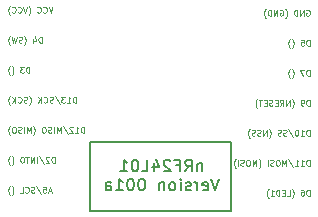
<source format=gbr>
%TF.GenerationSoftware,KiCad,Pcbnew,(6.0.5)*%
%TF.CreationDate,2022-06-21T02:12:09-04:00*%
%TF.ProjectId,nRF24L01_shield_v001a,6e524632-344c-4303-915f-736869656c64,rev?*%
%TF.SameCoordinates,Original*%
%TF.FileFunction,Legend,Bot*%
%TF.FilePolarity,Positive*%
%FSLAX46Y46*%
G04 Gerber Fmt 4.6, Leading zero omitted, Abs format (unit mm)*
G04 Created by KiCad (PCBNEW (6.0.5)) date 2022-06-21 02:12:09*
%MOMM*%
%LPD*%
G01*
G04 APERTURE LIST*
%ADD10C,0.150000*%
%ADD11C,0.125000*%
G04 APERTURE END LIST*
D10*
X147800000Y-89700000D02*
X159800000Y-89700000D01*
X159800000Y-89700000D02*
X159800000Y-95500000D01*
X159800000Y-95500000D02*
X147800000Y-95500000D01*
X147800000Y-95500000D02*
X147800000Y-89700000D01*
D11*
X166423702Y-84046190D02*
X166423702Y-83546190D01*
X166304654Y-83546190D01*
X166233226Y-83570000D01*
X166185607Y-83617619D01*
X166161797Y-83665238D01*
X166137988Y-83760476D01*
X166137988Y-83831904D01*
X166161797Y-83927142D01*
X166185607Y-83974761D01*
X166233226Y-84022380D01*
X166304654Y-84046190D01*
X166423702Y-84046190D01*
X165971321Y-83546190D02*
X165637988Y-83546190D01*
X165852273Y-84046190D01*
X164923702Y-84236666D02*
X164947511Y-84212857D01*
X164995130Y-84141428D01*
X165018940Y-84093809D01*
X165042750Y-84022380D01*
X165066559Y-83903333D01*
X165066559Y-83808095D01*
X165042750Y-83689047D01*
X165018940Y-83617619D01*
X164995130Y-83570000D01*
X164947511Y-83498571D01*
X164923702Y-83474761D01*
X164780845Y-84236666D02*
X164757035Y-84212857D01*
X164709416Y-84141428D01*
X164685607Y-84093809D01*
X164661797Y-84022380D01*
X164637988Y-83903333D01*
X164637988Y-83808095D01*
X164661797Y-83689047D01*
X164685607Y-83617619D01*
X164709416Y-83570000D01*
X164757035Y-83498571D01*
X164780845Y-83474761D01*
X144654392Y-78212190D02*
X144487726Y-78712190D01*
X144321059Y-78212190D01*
X143868678Y-78664571D02*
X143892488Y-78688380D01*
X143963916Y-78712190D01*
X144011535Y-78712190D01*
X144082964Y-78688380D01*
X144130583Y-78640761D01*
X144154392Y-78593142D01*
X144178202Y-78497904D01*
X144178202Y-78426476D01*
X144154392Y-78331238D01*
X144130583Y-78283619D01*
X144082964Y-78236000D01*
X144011535Y-78212190D01*
X143963916Y-78212190D01*
X143892488Y-78236000D01*
X143868678Y-78259809D01*
X143368678Y-78664571D02*
X143392488Y-78688380D01*
X143463916Y-78712190D01*
X143511535Y-78712190D01*
X143582964Y-78688380D01*
X143630583Y-78640761D01*
X143654392Y-78593142D01*
X143678202Y-78497904D01*
X143678202Y-78426476D01*
X143654392Y-78331238D01*
X143630583Y-78283619D01*
X143582964Y-78236000D01*
X143511535Y-78212190D01*
X143463916Y-78212190D01*
X143392488Y-78236000D01*
X143368678Y-78259809D01*
X142630583Y-78902666D02*
X142654392Y-78878857D01*
X142702011Y-78807428D01*
X142725821Y-78759809D01*
X142749630Y-78688380D01*
X142773440Y-78569333D01*
X142773440Y-78474095D01*
X142749630Y-78355047D01*
X142725821Y-78283619D01*
X142702011Y-78236000D01*
X142654392Y-78164571D01*
X142630583Y-78140761D01*
X142511535Y-78212190D02*
X142344869Y-78712190D01*
X142178202Y-78212190D01*
X141725821Y-78664571D02*
X141749630Y-78688380D01*
X141821059Y-78712190D01*
X141868678Y-78712190D01*
X141940107Y-78688380D01*
X141987726Y-78640761D01*
X142011535Y-78593142D01*
X142035345Y-78497904D01*
X142035345Y-78426476D01*
X142011535Y-78331238D01*
X141987726Y-78283619D01*
X141940107Y-78236000D01*
X141868678Y-78212190D01*
X141821059Y-78212190D01*
X141749630Y-78236000D01*
X141725821Y-78259809D01*
X141225821Y-78664571D02*
X141249630Y-78688380D01*
X141321059Y-78712190D01*
X141368678Y-78712190D01*
X141440107Y-78688380D01*
X141487726Y-78640761D01*
X141511535Y-78593142D01*
X141535345Y-78497904D01*
X141535345Y-78426476D01*
X141511535Y-78331238D01*
X141487726Y-78283619D01*
X141440107Y-78236000D01*
X141368678Y-78212190D01*
X141321059Y-78212190D01*
X141249630Y-78236000D01*
X141225821Y-78259809D01*
X141059154Y-78902666D02*
X141035345Y-78878857D01*
X140987726Y-78807428D01*
X140963916Y-78759809D01*
X140940107Y-78688380D01*
X140916297Y-78569333D01*
X140916297Y-78474095D01*
X140940107Y-78355047D01*
X140963916Y-78283619D01*
X140987726Y-78236000D01*
X141035345Y-78164571D01*
X141059154Y-78140761D01*
X166161797Y-78490000D02*
X166209416Y-78466190D01*
X166280845Y-78466190D01*
X166352273Y-78490000D01*
X166399892Y-78537619D01*
X166423702Y-78585238D01*
X166447511Y-78680476D01*
X166447511Y-78751904D01*
X166423702Y-78847142D01*
X166399892Y-78894761D01*
X166352273Y-78942380D01*
X166280845Y-78966190D01*
X166233226Y-78966190D01*
X166161797Y-78942380D01*
X166137988Y-78918571D01*
X166137988Y-78751904D01*
X166233226Y-78751904D01*
X165923702Y-78966190D02*
X165923702Y-78466190D01*
X165637988Y-78966190D01*
X165637988Y-78466190D01*
X165399892Y-78966190D02*
X165399892Y-78466190D01*
X165280845Y-78466190D01*
X165209416Y-78490000D01*
X165161797Y-78537619D01*
X165137988Y-78585238D01*
X165114178Y-78680476D01*
X165114178Y-78751904D01*
X165137988Y-78847142D01*
X165161797Y-78894761D01*
X165209416Y-78942380D01*
X165280845Y-78966190D01*
X165399892Y-78966190D01*
X164376083Y-79156666D02*
X164399892Y-79132857D01*
X164447511Y-79061428D01*
X164471321Y-79013809D01*
X164495130Y-78942380D01*
X164518940Y-78823333D01*
X164518940Y-78728095D01*
X164495130Y-78609047D01*
X164471321Y-78537619D01*
X164447511Y-78490000D01*
X164399892Y-78418571D01*
X164376083Y-78394761D01*
X163923702Y-78490000D02*
X163971321Y-78466190D01*
X164042750Y-78466190D01*
X164114178Y-78490000D01*
X164161797Y-78537619D01*
X164185607Y-78585238D01*
X164209416Y-78680476D01*
X164209416Y-78751904D01*
X164185607Y-78847142D01*
X164161797Y-78894761D01*
X164114178Y-78942380D01*
X164042750Y-78966190D01*
X163995130Y-78966190D01*
X163923702Y-78942380D01*
X163899892Y-78918571D01*
X163899892Y-78751904D01*
X163995130Y-78751904D01*
X163685607Y-78966190D02*
X163685607Y-78466190D01*
X163399892Y-78966190D01*
X163399892Y-78466190D01*
X163161797Y-78966190D02*
X163161797Y-78466190D01*
X163042750Y-78466190D01*
X162971321Y-78490000D01*
X162923702Y-78537619D01*
X162899892Y-78585238D01*
X162876083Y-78680476D01*
X162876083Y-78751904D01*
X162899892Y-78847142D01*
X162923702Y-78894761D01*
X162971321Y-78942380D01*
X163042750Y-78966190D01*
X163161797Y-78966190D01*
X162709416Y-79156666D02*
X162685607Y-79132857D01*
X162637988Y-79061428D01*
X162614178Y-79013809D01*
X162590369Y-78942380D01*
X162566559Y-78823333D01*
X162566559Y-78728095D01*
X162590369Y-78609047D01*
X162614178Y-78537619D01*
X162637988Y-78490000D01*
X162685607Y-78418571D01*
X162709416Y-78394761D01*
X166423702Y-89126190D02*
X166423702Y-88626190D01*
X166304654Y-88626190D01*
X166233226Y-88650000D01*
X166185607Y-88697619D01*
X166161797Y-88745238D01*
X166137988Y-88840476D01*
X166137988Y-88911904D01*
X166161797Y-89007142D01*
X166185607Y-89054761D01*
X166233226Y-89102380D01*
X166304654Y-89126190D01*
X166423702Y-89126190D01*
X165661797Y-89126190D02*
X165947511Y-89126190D01*
X165804654Y-89126190D02*
X165804654Y-88626190D01*
X165852273Y-88697619D01*
X165899892Y-88745238D01*
X165947511Y-88769047D01*
X165352273Y-88626190D02*
X165304654Y-88626190D01*
X165257035Y-88650000D01*
X165233226Y-88673809D01*
X165209416Y-88721428D01*
X165185607Y-88816666D01*
X165185607Y-88935714D01*
X165209416Y-89030952D01*
X165233226Y-89078571D01*
X165257035Y-89102380D01*
X165304654Y-89126190D01*
X165352273Y-89126190D01*
X165399892Y-89102380D01*
X165423702Y-89078571D01*
X165447511Y-89030952D01*
X165471321Y-88935714D01*
X165471321Y-88816666D01*
X165447511Y-88721428D01*
X165423702Y-88673809D01*
X165399892Y-88650000D01*
X165352273Y-88626190D01*
X164614178Y-88602380D02*
X165042750Y-89245238D01*
X164471321Y-89102380D02*
X164399892Y-89126190D01*
X164280845Y-89126190D01*
X164233226Y-89102380D01*
X164209416Y-89078571D01*
X164185607Y-89030952D01*
X164185607Y-88983333D01*
X164209416Y-88935714D01*
X164233226Y-88911904D01*
X164280845Y-88888095D01*
X164376083Y-88864285D01*
X164423702Y-88840476D01*
X164447511Y-88816666D01*
X164471321Y-88769047D01*
X164471321Y-88721428D01*
X164447511Y-88673809D01*
X164423702Y-88650000D01*
X164376083Y-88626190D01*
X164257035Y-88626190D01*
X164185607Y-88650000D01*
X163995130Y-89102380D02*
X163923702Y-89126190D01*
X163804654Y-89126190D01*
X163757035Y-89102380D01*
X163733226Y-89078571D01*
X163709416Y-89030952D01*
X163709416Y-88983333D01*
X163733226Y-88935714D01*
X163757035Y-88911904D01*
X163804654Y-88888095D01*
X163899892Y-88864285D01*
X163947511Y-88840476D01*
X163971321Y-88816666D01*
X163995130Y-88769047D01*
X163995130Y-88721428D01*
X163971321Y-88673809D01*
X163947511Y-88650000D01*
X163899892Y-88626190D01*
X163780845Y-88626190D01*
X163709416Y-88650000D01*
X162971321Y-89316666D02*
X162995130Y-89292857D01*
X163042750Y-89221428D01*
X163066559Y-89173809D01*
X163090369Y-89102380D01*
X163114178Y-88983333D01*
X163114178Y-88888095D01*
X163090369Y-88769047D01*
X163066559Y-88697619D01*
X163042750Y-88650000D01*
X162995130Y-88578571D01*
X162971321Y-88554761D01*
X162780845Y-89126190D02*
X162780845Y-88626190D01*
X162495130Y-89126190D01*
X162495130Y-88626190D01*
X162280845Y-89102380D02*
X162209416Y-89126190D01*
X162090369Y-89126190D01*
X162042750Y-89102380D01*
X162018940Y-89078571D01*
X161995130Y-89030952D01*
X161995130Y-88983333D01*
X162018940Y-88935714D01*
X162042750Y-88911904D01*
X162090369Y-88888095D01*
X162185607Y-88864285D01*
X162233226Y-88840476D01*
X162257035Y-88816666D01*
X162280845Y-88769047D01*
X162280845Y-88721428D01*
X162257035Y-88673809D01*
X162233226Y-88650000D01*
X162185607Y-88626190D01*
X162066559Y-88626190D01*
X161995130Y-88650000D01*
X161804654Y-89102380D02*
X161733226Y-89126190D01*
X161614178Y-89126190D01*
X161566559Y-89102380D01*
X161542750Y-89078571D01*
X161518940Y-89030952D01*
X161518940Y-88983333D01*
X161542750Y-88935714D01*
X161566559Y-88911904D01*
X161614178Y-88888095D01*
X161709416Y-88864285D01*
X161757035Y-88840476D01*
X161780845Y-88816666D01*
X161804654Y-88769047D01*
X161804654Y-88721428D01*
X161780845Y-88673809D01*
X161757035Y-88650000D01*
X161709416Y-88626190D01*
X161590369Y-88626190D01*
X161518940Y-88650000D01*
X161352273Y-89316666D02*
X161328464Y-89292857D01*
X161280845Y-89221428D01*
X161257035Y-89173809D01*
X161233226Y-89102380D01*
X161209416Y-88983333D01*
X161209416Y-88888095D01*
X161233226Y-88769047D01*
X161257035Y-88697619D01*
X161280845Y-88650000D01*
X161328464Y-88578571D01*
X161352273Y-88554761D01*
X144559154Y-93809333D02*
X144321059Y-93809333D01*
X144606773Y-93952190D02*
X144440107Y-93452190D01*
X144273440Y-93952190D01*
X143868678Y-93452190D02*
X144106773Y-93452190D01*
X144130583Y-93690285D01*
X144106773Y-93666476D01*
X144059154Y-93642666D01*
X143940107Y-93642666D01*
X143892488Y-93666476D01*
X143868678Y-93690285D01*
X143844869Y-93737904D01*
X143844869Y-93856952D01*
X143868678Y-93904571D01*
X143892488Y-93928380D01*
X143940107Y-93952190D01*
X144059154Y-93952190D01*
X144106773Y-93928380D01*
X144130583Y-93904571D01*
X143273440Y-93428380D02*
X143702011Y-94071238D01*
X143130583Y-93928380D02*
X143059154Y-93952190D01*
X142940107Y-93952190D01*
X142892488Y-93928380D01*
X142868678Y-93904571D01*
X142844869Y-93856952D01*
X142844869Y-93809333D01*
X142868678Y-93761714D01*
X142892488Y-93737904D01*
X142940107Y-93714095D01*
X143035345Y-93690285D01*
X143082964Y-93666476D01*
X143106773Y-93642666D01*
X143130583Y-93595047D01*
X143130583Y-93547428D01*
X143106773Y-93499809D01*
X143082964Y-93476000D01*
X143035345Y-93452190D01*
X142916297Y-93452190D01*
X142844869Y-93476000D01*
X142344869Y-93904571D02*
X142368678Y-93928380D01*
X142440107Y-93952190D01*
X142487726Y-93952190D01*
X142559154Y-93928380D01*
X142606773Y-93880761D01*
X142630583Y-93833142D01*
X142654392Y-93737904D01*
X142654392Y-93666476D01*
X142630583Y-93571238D01*
X142606773Y-93523619D01*
X142559154Y-93476000D01*
X142487726Y-93452190D01*
X142440107Y-93452190D01*
X142368678Y-93476000D01*
X142344869Y-93499809D01*
X141892488Y-93952190D02*
X142130583Y-93952190D01*
X142130583Y-93452190D01*
X141202011Y-94142666D02*
X141225821Y-94118857D01*
X141273440Y-94047428D01*
X141297250Y-93999809D01*
X141321059Y-93928380D01*
X141344869Y-93809333D01*
X141344869Y-93714095D01*
X141321059Y-93595047D01*
X141297250Y-93523619D01*
X141273440Y-93476000D01*
X141225821Y-93404571D01*
X141202011Y-93380761D01*
X141059154Y-94142666D02*
X141035345Y-94118857D01*
X140987726Y-94047428D01*
X140963916Y-93999809D01*
X140940107Y-93928380D01*
X140916297Y-93809333D01*
X140916297Y-93714095D01*
X140940107Y-93595047D01*
X140963916Y-93523619D01*
X140987726Y-93476000D01*
X141035345Y-93404571D01*
X141059154Y-93380761D01*
X147321059Y-88872190D02*
X147321059Y-88372190D01*
X147202011Y-88372190D01*
X147130583Y-88396000D01*
X147082964Y-88443619D01*
X147059154Y-88491238D01*
X147035345Y-88586476D01*
X147035345Y-88657904D01*
X147059154Y-88753142D01*
X147082964Y-88800761D01*
X147130583Y-88848380D01*
X147202011Y-88872190D01*
X147321059Y-88872190D01*
X146559154Y-88872190D02*
X146844869Y-88872190D01*
X146702011Y-88872190D02*
X146702011Y-88372190D01*
X146749630Y-88443619D01*
X146797250Y-88491238D01*
X146844869Y-88515047D01*
X146368678Y-88419809D02*
X146344869Y-88396000D01*
X146297250Y-88372190D01*
X146178202Y-88372190D01*
X146130583Y-88396000D01*
X146106773Y-88419809D01*
X146082964Y-88467428D01*
X146082964Y-88515047D01*
X146106773Y-88586476D01*
X146392488Y-88872190D01*
X146082964Y-88872190D01*
X145511535Y-88348380D02*
X145940107Y-88991238D01*
X145344869Y-88872190D02*
X145344869Y-88372190D01*
X145178202Y-88729333D01*
X145011535Y-88372190D01*
X145011535Y-88872190D01*
X144773440Y-88872190D02*
X144773440Y-88372190D01*
X144559154Y-88848380D02*
X144487726Y-88872190D01*
X144368678Y-88872190D01*
X144321059Y-88848380D01*
X144297250Y-88824571D01*
X144273440Y-88776952D01*
X144273440Y-88729333D01*
X144297250Y-88681714D01*
X144321059Y-88657904D01*
X144368678Y-88634095D01*
X144463916Y-88610285D01*
X144511535Y-88586476D01*
X144535345Y-88562666D01*
X144559154Y-88515047D01*
X144559154Y-88467428D01*
X144535345Y-88419809D01*
X144511535Y-88396000D01*
X144463916Y-88372190D01*
X144344869Y-88372190D01*
X144273440Y-88396000D01*
X143963916Y-88372190D02*
X143868678Y-88372190D01*
X143821059Y-88396000D01*
X143773440Y-88443619D01*
X143749630Y-88538857D01*
X143749630Y-88705523D01*
X143773440Y-88800761D01*
X143821059Y-88848380D01*
X143868678Y-88872190D01*
X143963916Y-88872190D01*
X144011535Y-88848380D01*
X144059154Y-88800761D01*
X144082964Y-88705523D01*
X144082964Y-88538857D01*
X144059154Y-88443619D01*
X144011535Y-88396000D01*
X143963916Y-88372190D01*
X143011535Y-89062666D02*
X143035345Y-89038857D01*
X143082964Y-88967428D01*
X143106773Y-88919809D01*
X143130583Y-88848380D01*
X143154392Y-88729333D01*
X143154392Y-88634095D01*
X143130583Y-88515047D01*
X143106773Y-88443619D01*
X143082964Y-88396000D01*
X143035345Y-88324571D01*
X143011535Y-88300761D01*
X142821059Y-88872190D02*
X142821059Y-88372190D01*
X142654392Y-88729333D01*
X142487726Y-88372190D01*
X142487726Y-88872190D01*
X142249630Y-88872190D02*
X142249630Y-88372190D01*
X142035345Y-88848380D02*
X141963916Y-88872190D01*
X141844869Y-88872190D01*
X141797250Y-88848380D01*
X141773440Y-88824571D01*
X141749630Y-88776952D01*
X141749630Y-88729333D01*
X141773440Y-88681714D01*
X141797250Y-88657904D01*
X141844869Y-88634095D01*
X141940107Y-88610285D01*
X141987726Y-88586476D01*
X142011535Y-88562666D01*
X142035345Y-88515047D01*
X142035345Y-88467428D01*
X142011535Y-88419809D01*
X141987726Y-88396000D01*
X141940107Y-88372190D01*
X141821059Y-88372190D01*
X141749630Y-88396000D01*
X141440107Y-88372190D02*
X141344869Y-88372190D01*
X141297250Y-88396000D01*
X141249630Y-88443619D01*
X141225821Y-88538857D01*
X141225821Y-88705523D01*
X141249630Y-88800761D01*
X141297250Y-88848380D01*
X141344869Y-88872190D01*
X141440107Y-88872190D01*
X141487726Y-88848380D01*
X141535345Y-88800761D01*
X141559154Y-88705523D01*
X141559154Y-88538857D01*
X141535345Y-88443619D01*
X141487726Y-88396000D01*
X141440107Y-88372190D01*
X141059154Y-89062666D02*
X141035345Y-89038857D01*
X140987726Y-88967428D01*
X140963916Y-88919809D01*
X140940107Y-88848380D01*
X140916297Y-88729333D01*
X140916297Y-88634095D01*
X140940107Y-88515047D01*
X140963916Y-88443619D01*
X140987726Y-88396000D01*
X141035345Y-88324571D01*
X141059154Y-88300761D01*
X142702011Y-83792190D02*
X142702011Y-83292190D01*
X142582964Y-83292190D01*
X142511535Y-83316000D01*
X142463916Y-83363619D01*
X142440107Y-83411238D01*
X142416297Y-83506476D01*
X142416297Y-83577904D01*
X142440107Y-83673142D01*
X142463916Y-83720761D01*
X142511535Y-83768380D01*
X142582964Y-83792190D01*
X142702011Y-83792190D01*
X142249630Y-83292190D02*
X141940107Y-83292190D01*
X142106773Y-83482666D01*
X142035345Y-83482666D01*
X141987726Y-83506476D01*
X141963916Y-83530285D01*
X141940107Y-83577904D01*
X141940107Y-83696952D01*
X141963916Y-83744571D01*
X141987726Y-83768380D01*
X142035345Y-83792190D01*
X142178202Y-83792190D01*
X142225821Y-83768380D01*
X142249630Y-83744571D01*
X141202011Y-83982666D02*
X141225821Y-83958857D01*
X141273440Y-83887428D01*
X141297250Y-83839809D01*
X141321059Y-83768380D01*
X141344869Y-83649333D01*
X141344869Y-83554095D01*
X141321059Y-83435047D01*
X141297250Y-83363619D01*
X141273440Y-83316000D01*
X141225821Y-83244571D01*
X141202011Y-83220761D01*
X141059154Y-83982666D02*
X141035345Y-83958857D01*
X140987726Y-83887428D01*
X140963916Y-83839809D01*
X140940107Y-83768380D01*
X140916297Y-83649333D01*
X140916297Y-83554095D01*
X140940107Y-83435047D01*
X140963916Y-83363619D01*
X140987726Y-83316000D01*
X141035345Y-83244571D01*
X141059154Y-83220761D01*
D10*
X157352380Y-91480714D02*
X157352380Y-92147380D01*
X157352380Y-91575952D02*
X157304761Y-91528333D01*
X157209523Y-91480714D01*
X157066666Y-91480714D01*
X156971428Y-91528333D01*
X156923809Y-91623571D01*
X156923809Y-92147380D01*
X155876190Y-92147380D02*
X156209523Y-91671190D01*
X156447619Y-92147380D02*
X156447619Y-91147380D01*
X156066666Y-91147380D01*
X155971428Y-91195000D01*
X155923809Y-91242619D01*
X155876190Y-91337857D01*
X155876190Y-91480714D01*
X155923809Y-91575952D01*
X155971428Y-91623571D01*
X156066666Y-91671190D01*
X156447619Y-91671190D01*
X155114285Y-91623571D02*
X155447619Y-91623571D01*
X155447619Y-92147380D02*
X155447619Y-91147380D01*
X154971428Y-91147380D01*
X154638095Y-91242619D02*
X154590476Y-91195000D01*
X154495238Y-91147380D01*
X154257142Y-91147380D01*
X154161904Y-91195000D01*
X154114285Y-91242619D01*
X154066666Y-91337857D01*
X154066666Y-91433095D01*
X154114285Y-91575952D01*
X154685714Y-92147380D01*
X154066666Y-92147380D01*
X153209523Y-91480714D02*
X153209523Y-92147380D01*
X153447619Y-91099761D02*
X153685714Y-91814047D01*
X153066666Y-91814047D01*
X152209523Y-92147380D02*
X152685714Y-92147380D01*
X152685714Y-91147380D01*
X151685714Y-91147380D02*
X151590476Y-91147380D01*
X151495238Y-91195000D01*
X151447619Y-91242619D01*
X151400000Y-91337857D01*
X151352380Y-91528333D01*
X151352380Y-91766428D01*
X151400000Y-91956904D01*
X151447619Y-92052142D01*
X151495238Y-92099761D01*
X151590476Y-92147380D01*
X151685714Y-92147380D01*
X151780952Y-92099761D01*
X151828571Y-92052142D01*
X151876190Y-91956904D01*
X151923809Y-91766428D01*
X151923809Y-91528333D01*
X151876190Y-91337857D01*
X151828571Y-91242619D01*
X151780952Y-91195000D01*
X151685714Y-91147380D01*
X150400000Y-92147380D02*
X150971428Y-92147380D01*
X150685714Y-92147380D02*
X150685714Y-91147380D01*
X150780952Y-91290238D01*
X150876190Y-91385476D01*
X150971428Y-91433095D01*
X158780952Y-92757380D02*
X158447619Y-93757380D01*
X158114285Y-92757380D01*
X157400000Y-93709761D02*
X157495238Y-93757380D01*
X157685714Y-93757380D01*
X157780952Y-93709761D01*
X157828571Y-93614523D01*
X157828571Y-93233571D01*
X157780952Y-93138333D01*
X157685714Y-93090714D01*
X157495238Y-93090714D01*
X157400000Y-93138333D01*
X157352380Y-93233571D01*
X157352380Y-93328809D01*
X157828571Y-93424047D01*
X156923809Y-93757380D02*
X156923809Y-93090714D01*
X156923809Y-93281190D02*
X156876190Y-93185952D01*
X156828571Y-93138333D01*
X156733333Y-93090714D01*
X156638095Y-93090714D01*
X156352380Y-93709761D02*
X156257142Y-93757380D01*
X156066666Y-93757380D01*
X155971428Y-93709761D01*
X155923809Y-93614523D01*
X155923809Y-93566904D01*
X155971428Y-93471666D01*
X156066666Y-93424047D01*
X156209523Y-93424047D01*
X156304761Y-93376428D01*
X156352380Y-93281190D01*
X156352380Y-93233571D01*
X156304761Y-93138333D01*
X156209523Y-93090714D01*
X156066666Y-93090714D01*
X155971428Y-93138333D01*
X155495238Y-93757380D02*
X155495238Y-93090714D01*
X155495238Y-92757380D02*
X155542857Y-92805000D01*
X155495238Y-92852619D01*
X155447619Y-92805000D01*
X155495238Y-92757380D01*
X155495238Y-92852619D01*
X154876190Y-93757380D02*
X154971428Y-93709761D01*
X155019047Y-93662142D01*
X155066666Y-93566904D01*
X155066666Y-93281190D01*
X155019047Y-93185952D01*
X154971428Y-93138333D01*
X154876190Y-93090714D01*
X154733333Y-93090714D01*
X154638095Y-93138333D01*
X154590476Y-93185952D01*
X154542857Y-93281190D01*
X154542857Y-93566904D01*
X154590476Y-93662142D01*
X154638095Y-93709761D01*
X154733333Y-93757380D01*
X154876190Y-93757380D01*
X154114285Y-93090714D02*
X154114285Y-93757380D01*
X154114285Y-93185952D02*
X154066666Y-93138333D01*
X153971428Y-93090714D01*
X153828571Y-93090714D01*
X153733333Y-93138333D01*
X153685714Y-93233571D01*
X153685714Y-93757380D01*
X152257142Y-92757380D02*
X152161904Y-92757380D01*
X152066666Y-92805000D01*
X152019047Y-92852619D01*
X151971428Y-92947857D01*
X151923809Y-93138333D01*
X151923809Y-93376428D01*
X151971428Y-93566904D01*
X152019047Y-93662142D01*
X152066666Y-93709761D01*
X152161904Y-93757380D01*
X152257142Y-93757380D01*
X152352380Y-93709761D01*
X152400000Y-93662142D01*
X152447619Y-93566904D01*
X152495238Y-93376428D01*
X152495238Y-93138333D01*
X152447619Y-92947857D01*
X152400000Y-92852619D01*
X152352380Y-92805000D01*
X152257142Y-92757380D01*
X151304761Y-92757380D02*
X151209523Y-92757380D01*
X151114285Y-92805000D01*
X151066666Y-92852619D01*
X151019047Y-92947857D01*
X150971428Y-93138333D01*
X150971428Y-93376428D01*
X151019047Y-93566904D01*
X151066666Y-93662142D01*
X151114285Y-93709761D01*
X151209523Y-93757380D01*
X151304761Y-93757380D01*
X151400000Y-93709761D01*
X151447619Y-93662142D01*
X151495238Y-93566904D01*
X151542857Y-93376428D01*
X151542857Y-93138333D01*
X151495238Y-92947857D01*
X151447619Y-92852619D01*
X151400000Y-92805000D01*
X151304761Y-92757380D01*
X150019047Y-93757380D02*
X150590476Y-93757380D01*
X150304761Y-93757380D02*
X150304761Y-92757380D01*
X150400000Y-92900238D01*
X150495238Y-92995476D01*
X150590476Y-93043095D01*
X149161904Y-93757380D02*
X149161904Y-93233571D01*
X149209523Y-93138333D01*
X149304761Y-93090714D01*
X149495238Y-93090714D01*
X149590476Y-93138333D01*
X149161904Y-93709761D02*
X149257142Y-93757380D01*
X149495238Y-93757380D01*
X149590476Y-93709761D01*
X149638095Y-93614523D01*
X149638095Y-93519285D01*
X149590476Y-93424047D01*
X149495238Y-93376428D01*
X149257142Y-93376428D01*
X149161904Y-93328809D01*
D11*
X166423702Y-94206190D02*
X166423702Y-93706190D01*
X166304654Y-93706190D01*
X166233226Y-93730000D01*
X166185607Y-93777619D01*
X166161797Y-93825238D01*
X166137988Y-93920476D01*
X166137988Y-93991904D01*
X166161797Y-94087142D01*
X166185607Y-94134761D01*
X166233226Y-94182380D01*
X166304654Y-94206190D01*
X166423702Y-94206190D01*
X165709416Y-93706190D02*
X165804654Y-93706190D01*
X165852273Y-93730000D01*
X165876083Y-93753809D01*
X165923702Y-93825238D01*
X165947511Y-93920476D01*
X165947511Y-94110952D01*
X165923702Y-94158571D01*
X165899892Y-94182380D01*
X165852273Y-94206190D01*
X165757035Y-94206190D01*
X165709416Y-94182380D01*
X165685607Y-94158571D01*
X165661797Y-94110952D01*
X165661797Y-93991904D01*
X165685607Y-93944285D01*
X165709416Y-93920476D01*
X165757035Y-93896666D01*
X165852273Y-93896666D01*
X165899892Y-93920476D01*
X165923702Y-93944285D01*
X165947511Y-93991904D01*
X164923702Y-94396666D02*
X164947511Y-94372857D01*
X164995130Y-94301428D01*
X165018940Y-94253809D01*
X165042750Y-94182380D01*
X165066559Y-94063333D01*
X165066559Y-93968095D01*
X165042750Y-93849047D01*
X165018940Y-93777619D01*
X164995130Y-93730000D01*
X164947511Y-93658571D01*
X164923702Y-93634761D01*
X164495130Y-94206190D02*
X164733226Y-94206190D01*
X164733226Y-93706190D01*
X164328464Y-93944285D02*
X164161797Y-93944285D01*
X164090369Y-94206190D02*
X164328464Y-94206190D01*
X164328464Y-93706190D01*
X164090369Y-93706190D01*
X163876083Y-94206190D02*
X163876083Y-93706190D01*
X163757035Y-93706190D01*
X163685607Y-93730000D01*
X163637988Y-93777619D01*
X163614178Y-93825238D01*
X163590369Y-93920476D01*
X163590369Y-93991904D01*
X163614178Y-94087142D01*
X163637988Y-94134761D01*
X163685607Y-94182380D01*
X163757035Y-94206190D01*
X163876083Y-94206190D01*
X163114178Y-94206190D02*
X163399892Y-94206190D01*
X163257035Y-94206190D02*
X163257035Y-93706190D01*
X163304654Y-93777619D01*
X163352273Y-93825238D01*
X163399892Y-93849047D01*
X162947511Y-94396666D02*
X162923702Y-94372857D01*
X162876083Y-94301428D01*
X162852273Y-94253809D01*
X162828464Y-94182380D01*
X162804654Y-94063333D01*
X162804654Y-93968095D01*
X162828464Y-93849047D01*
X162852273Y-93777619D01*
X162876083Y-93730000D01*
X162923702Y-93658571D01*
X162947511Y-93634761D01*
X143749630Y-81252190D02*
X143749630Y-80752190D01*
X143630583Y-80752190D01*
X143559154Y-80776000D01*
X143511535Y-80823619D01*
X143487726Y-80871238D01*
X143463916Y-80966476D01*
X143463916Y-81037904D01*
X143487726Y-81133142D01*
X143511535Y-81180761D01*
X143559154Y-81228380D01*
X143630583Y-81252190D01*
X143749630Y-81252190D01*
X143035345Y-80918857D02*
X143035345Y-81252190D01*
X143154392Y-80728380D02*
X143273440Y-81085523D01*
X142963916Y-81085523D01*
X142249630Y-81442666D02*
X142273440Y-81418857D01*
X142321059Y-81347428D01*
X142344869Y-81299809D01*
X142368678Y-81228380D01*
X142392488Y-81109333D01*
X142392488Y-81014095D01*
X142368678Y-80895047D01*
X142344869Y-80823619D01*
X142321059Y-80776000D01*
X142273440Y-80704571D01*
X142249630Y-80680761D01*
X142082964Y-81228380D02*
X142011535Y-81252190D01*
X141892488Y-81252190D01*
X141844869Y-81228380D01*
X141821059Y-81204571D01*
X141797250Y-81156952D01*
X141797250Y-81109333D01*
X141821059Y-81061714D01*
X141844869Y-81037904D01*
X141892488Y-81014095D01*
X141987726Y-80990285D01*
X142035345Y-80966476D01*
X142059154Y-80942666D01*
X142082964Y-80895047D01*
X142082964Y-80847428D01*
X142059154Y-80799809D01*
X142035345Y-80776000D01*
X141987726Y-80752190D01*
X141868678Y-80752190D01*
X141797250Y-80776000D01*
X141630583Y-80752190D02*
X141511535Y-81252190D01*
X141416297Y-80895047D01*
X141321059Y-81252190D01*
X141202011Y-80752190D01*
X141059154Y-81442666D02*
X141035345Y-81418857D01*
X140987726Y-81347428D01*
X140963916Y-81299809D01*
X140940107Y-81228380D01*
X140916297Y-81109333D01*
X140916297Y-81014095D01*
X140940107Y-80895047D01*
X140963916Y-80823619D01*
X140987726Y-80776000D01*
X141035345Y-80704571D01*
X141059154Y-80680761D01*
X146654392Y-86332190D02*
X146654392Y-85832190D01*
X146535345Y-85832190D01*
X146463916Y-85856000D01*
X146416297Y-85903619D01*
X146392488Y-85951238D01*
X146368678Y-86046476D01*
X146368678Y-86117904D01*
X146392488Y-86213142D01*
X146416297Y-86260761D01*
X146463916Y-86308380D01*
X146535345Y-86332190D01*
X146654392Y-86332190D01*
X145892488Y-86332190D02*
X146178202Y-86332190D01*
X146035345Y-86332190D02*
X146035345Y-85832190D01*
X146082964Y-85903619D01*
X146130583Y-85951238D01*
X146178202Y-85975047D01*
X145725821Y-85832190D02*
X145416297Y-85832190D01*
X145582964Y-86022666D01*
X145511535Y-86022666D01*
X145463916Y-86046476D01*
X145440107Y-86070285D01*
X145416297Y-86117904D01*
X145416297Y-86236952D01*
X145440107Y-86284571D01*
X145463916Y-86308380D01*
X145511535Y-86332190D01*
X145654392Y-86332190D01*
X145702011Y-86308380D01*
X145725821Y-86284571D01*
X144844869Y-85808380D02*
X145273440Y-86451238D01*
X144702011Y-86308380D02*
X144630583Y-86332190D01*
X144511535Y-86332190D01*
X144463916Y-86308380D01*
X144440107Y-86284571D01*
X144416297Y-86236952D01*
X144416297Y-86189333D01*
X144440107Y-86141714D01*
X144463916Y-86117904D01*
X144511535Y-86094095D01*
X144606773Y-86070285D01*
X144654392Y-86046476D01*
X144678202Y-86022666D01*
X144702011Y-85975047D01*
X144702011Y-85927428D01*
X144678202Y-85879809D01*
X144654392Y-85856000D01*
X144606773Y-85832190D01*
X144487726Y-85832190D01*
X144416297Y-85856000D01*
X143916297Y-86284571D02*
X143940107Y-86308380D01*
X144011535Y-86332190D01*
X144059154Y-86332190D01*
X144130583Y-86308380D01*
X144178202Y-86260761D01*
X144202011Y-86213142D01*
X144225821Y-86117904D01*
X144225821Y-86046476D01*
X144202011Y-85951238D01*
X144178202Y-85903619D01*
X144130583Y-85856000D01*
X144059154Y-85832190D01*
X144011535Y-85832190D01*
X143940107Y-85856000D01*
X143916297Y-85879809D01*
X143702011Y-86332190D02*
X143702011Y-85832190D01*
X143416297Y-86332190D02*
X143630583Y-86046476D01*
X143416297Y-85832190D02*
X143702011Y-86117904D01*
X142678202Y-86522666D02*
X142702011Y-86498857D01*
X142749630Y-86427428D01*
X142773440Y-86379809D01*
X142797250Y-86308380D01*
X142821059Y-86189333D01*
X142821059Y-86094095D01*
X142797250Y-85975047D01*
X142773440Y-85903619D01*
X142749630Y-85856000D01*
X142702011Y-85784571D01*
X142678202Y-85760761D01*
X142511535Y-86308380D02*
X142440107Y-86332190D01*
X142321059Y-86332190D01*
X142273440Y-86308380D01*
X142249630Y-86284571D01*
X142225821Y-86236952D01*
X142225821Y-86189333D01*
X142249630Y-86141714D01*
X142273440Y-86117904D01*
X142321059Y-86094095D01*
X142416297Y-86070285D01*
X142463916Y-86046476D01*
X142487726Y-86022666D01*
X142511535Y-85975047D01*
X142511535Y-85927428D01*
X142487726Y-85879809D01*
X142463916Y-85856000D01*
X142416297Y-85832190D01*
X142297250Y-85832190D01*
X142225821Y-85856000D01*
X141725821Y-86284571D02*
X141749630Y-86308380D01*
X141821059Y-86332190D01*
X141868678Y-86332190D01*
X141940107Y-86308380D01*
X141987726Y-86260761D01*
X142011535Y-86213142D01*
X142035345Y-86117904D01*
X142035345Y-86046476D01*
X142011535Y-85951238D01*
X141987726Y-85903619D01*
X141940107Y-85856000D01*
X141868678Y-85832190D01*
X141821059Y-85832190D01*
X141749630Y-85856000D01*
X141725821Y-85879809D01*
X141511535Y-86332190D02*
X141511535Y-85832190D01*
X141225821Y-86332190D02*
X141440107Y-86046476D01*
X141225821Y-85832190D02*
X141511535Y-86117904D01*
X141059154Y-86522666D02*
X141035345Y-86498857D01*
X140987726Y-86427428D01*
X140963916Y-86379809D01*
X140940107Y-86308380D01*
X140916297Y-86189333D01*
X140916297Y-86094095D01*
X140940107Y-85975047D01*
X140963916Y-85903619D01*
X140987726Y-85856000D01*
X141035345Y-85784571D01*
X141059154Y-85760761D01*
X166423702Y-86586190D02*
X166423702Y-86086190D01*
X166304654Y-86086190D01*
X166233226Y-86110000D01*
X166185607Y-86157619D01*
X166161797Y-86205238D01*
X166137988Y-86300476D01*
X166137988Y-86371904D01*
X166161797Y-86467142D01*
X166185607Y-86514761D01*
X166233226Y-86562380D01*
X166304654Y-86586190D01*
X166423702Y-86586190D01*
X165899892Y-86586190D02*
X165804654Y-86586190D01*
X165757035Y-86562380D01*
X165733226Y-86538571D01*
X165685607Y-86467142D01*
X165661797Y-86371904D01*
X165661797Y-86181428D01*
X165685607Y-86133809D01*
X165709416Y-86110000D01*
X165757035Y-86086190D01*
X165852273Y-86086190D01*
X165899892Y-86110000D01*
X165923702Y-86133809D01*
X165947511Y-86181428D01*
X165947511Y-86300476D01*
X165923702Y-86348095D01*
X165899892Y-86371904D01*
X165852273Y-86395714D01*
X165757035Y-86395714D01*
X165709416Y-86371904D01*
X165685607Y-86348095D01*
X165661797Y-86300476D01*
X164923702Y-86776666D02*
X164947511Y-86752857D01*
X164995130Y-86681428D01*
X165018940Y-86633809D01*
X165042750Y-86562380D01*
X165066559Y-86443333D01*
X165066559Y-86348095D01*
X165042750Y-86229047D01*
X165018940Y-86157619D01*
X164995130Y-86110000D01*
X164947511Y-86038571D01*
X164923702Y-86014761D01*
X164733226Y-86586190D02*
X164733226Y-86086190D01*
X164447511Y-86586190D01*
X164447511Y-86086190D01*
X163923702Y-86586190D02*
X164090369Y-86348095D01*
X164209416Y-86586190D02*
X164209416Y-86086190D01*
X164018940Y-86086190D01*
X163971321Y-86110000D01*
X163947511Y-86133809D01*
X163923702Y-86181428D01*
X163923702Y-86252857D01*
X163947511Y-86300476D01*
X163971321Y-86324285D01*
X164018940Y-86348095D01*
X164209416Y-86348095D01*
X163709416Y-86324285D02*
X163542750Y-86324285D01*
X163471321Y-86586190D02*
X163709416Y-86586190D01*
X163709416Y-86086190D01*
X163471321Y-86086190D01*
X163280845Y-86562380D02*
X163209416Y-86586190D01*
X163090369Y-86586190D01*
X163042750Y-86562380D01*
X163018940Y-86538571D01*
X162995130Y-86490952D01*
X162995130Y-86443333D01*
X163018940Y-86395714D01*
X163042750Y-86371904D01*
X163090369Y-86348095D01*
X163185607Y-86324285D01*
X163233226Y-86300476D01*
X163257035Y-86276666D01*
X163280845Y-86229047D01*
X163280845Y-86181428D01*
X163257035Y-86133809D01*
X163233226Y-86110000D01*
X163185607Y-86086190D01*
X163066559Y-86086190D01*
X162995130Y-86110000D01*
X162780845Y-86324285D02*
X162614178Y-86324285D01*
X162542750Y-86586190D02*
X162780845Y-86586190D01*
X162780845Y-86086190D01*
X162542750Y-86086190D01*
X162399892Y-86086190D02*
X162114178Y-86086190D01*
X162257035Y-86586190D02*
X162257035Y-86086190D01*
X161995130Y-86776666D02*
X161971321Y-86752857D01*
X161923702Y-86681428D01*
X161899892Y-86633809D01*
X161876083Y-86562380D01*
X161852273Y-86443333D01*
X161852273Y-86348095D01*
X161876083Y-86229047D01*
X161899892Y-86157619D01*
X161923702Y-86110000D01*
X161971321Y-86038571D01*
X161995130Y-86014761D01*
X144844869Y-91412190D02*
X144844869Y-90912190D01*
X144725821Y-90912190D01*
X144654392Y-90936000D01*
X144606773Y-90983619D01*
X144582964Y-91031238D01*
X144559154Y-91126476D01*
X144559154Y-91197904D01*
X144582964Y-91293142D01*
X144606773Y-91340761D01*
X144654392Y-91388380D01*
X144725821Y-91412190D01*
X144844869Y-91412190D01*
X144368678Y-90959809D02*
X144344869Y-90936000D01*
X144297250Y-90912190D01*
X144178202Y-90912190D01*
X144130583Y-90936000D01*
X144106773Y-90959809D01*
X144082964Y-91007428D01*
X144082964Y-91055047D01*
X144106773Y-91126476D01*
X144392488Y-91412190D01*
X144082964Y-91412190D01*
X143511535Y-90888380D02*
X143940107Y-91531238D01*
X143344869Y-91412190D02*
X143344869Y-90912190D01*
X143106773Y-91412190D02*
X143106773Y-90912190D01*
X142821059Y-91412190D01*
X142821059Y-90912190D01*
X142654392Y-90912190D02*
X142368678Y-90912190D01*
X142511535Y-91412190D02*
X142511535Y-90912190D01*
X142106773Y-90912190D02*
X142059154Y-90912190D01*
X142011535Y-90936000D01*
X141987726Y-90959809D01*
X141963916Y-91007428D01*
X141940107Y-91102666D01*
X141940107Y-91221714D01*
X141963916Y-91316952D01*
X141987726Y-91364571D01*
X142011535Y-91388380D01*
X142059154Y-91412190D01*
X142106773Y-91412190D01*
X142154392Y-91388380D01*
X142178202Y-91364571D01*
X142202011Y-91316952D01*
X142225821Y-91221714D01*
X142225821Y-91102666D01*
X142202011Y-91007428D01*
X142178202Y-90959809D01*
X142154392Y-90936000D01*
X142106773Y-90912190D01*
X141202011Y-91602666D02*
X141225821Y-91578857D01*
X141273440Y-91507428D01*
X141297250Y-91459809D01*
X141321059Y-91388380D01*
X141344869Y-91269333D01*
X141344869Y-91174095D01*
X141321059Y-91055047D01*
X141297250Y-90983619D01*
X141273440Y-90936000D01*
X141225821Y-90864571D01*
X141202011Y-90840761D01*
X141059154Y-91602666D02*
X141035345Y-91578857D01*
X140987726Y-91507428D01*
X140963916Y-91459809D01*
X140940107Y-91388380D01*
X140916297Y-91269333D01*
X140916297Y-91174095D01*
X140940107Y-91055047D01*
X140963916Y-90983619D01*
X140987726Y-90936000D01*
X141035345Y-90864571D01*
X141059154Y-90840761D01*
X166423702Y-91666190D02*
X166423702Y-91166190D01*
X166304654Y-91166190D01*
X166233226Y-91190000D01*
X166185607Y-91237619D01*
X166161797Y-91285238D01*
X166137988Y-91380476D01*
X166137988Y-91451904D01*
X166161797Y-91547142D01*
X166185607Y-91594761D01*
X166233226Y-91642380D01*
X166304654Y-91666190D01*
X166423702Y-91666190D01*
X165661797Y-91666190D02*
X165947511Y-91666190D01*
X165804654Y-91666190D02*
X165804654Y-91166190D01*
X165852273Y-91237619D01*
X165899892Y-91285238D01*
X165947511Y-91309047D01*
X165185607Y-91666190D02*
X165471321Y-91666190D01*
X165328464Y-91666190D02*
X165328464Y-91166190D01*
X165376083Y-91237619D01*
X165423702Y-91285238D01*
X165471321Y-91309047D01*
X164614178Y-91142380D02*
X165042750Y-91785238D01*
X164447511Y-91666190D02*
X164447511Y-91166190D01*
X164280845Y-91523333D01*
X164114178Y-91166190D01*
X164114178Y-91666190D01*
X163780845Y-91166190D02*
X163685607Y-91166190D01*
X163637988Y-91190000D01*
X163590369Y-91237619D01*
X163566559Y-91332857D01*
X163566559Y-91499523D01*
X163590369Y-91594761D01*
X163637988Y-91642380D01*
X163685607Y-91666190D01*
X163780845Y-91666190D01*
X163828464Y-91642380D01*
X163876083Y-91594761D01*
X163899892Y-91499523D01*
X163899892Y-91332857D01*
X163876083Y-91237619D01*
X163828464Y-91190000D01*
X163780845Y-91166190D01*
X163376083Y-91642380D02*
X163304654Y-91666190D01*
X163185607Y-91666190D01*
X163137988Y-91642380D01*
X163114178Y-91618571D01*
X163090369Y-91570952D01*
X163090369Y-91523333D01*
X163114178Y-91475714D01*
X163137988Y-91451904D01*
X163185607Y-91428095D01*
X163280845Y-91404285D01*
X163328464Y-91380476D01*
X163352273Y-91356666D01*
X163376083Y-91309047D01*
X163376083Y-91261428D01*
X163352273Y-91213809D01*
X163328464Y-91190000D01*
X163280845Y-91166190D01*
X163161797Y-91166190D01*
X163090369Y-91190000D01*
X162876083Y-91666190D02*
X162876083Y-91166190D01*
X162114178Y-91856666D02*
X162137988Y-91832857D01*
X162185607Y-91761428D01*
X162209416Y-91713809D01*
X162233226Y-91642380D01*
X162257035Y-91523333D01*
X162257035Y-91428095D01*
X162233226Y-91309047D01*
X162209416Y-91237619D01*
X162185607Y-91190000D01*
X162137988Y-91118571D01*
X162114178Y-91094761D01*
X161923702Y-91666190D02*
X161923702Y-91166190D01*
X161757035Y-91523333D01*
X161590369Y-91166190D01*
X161590369Y-91666190D01*
X161257035Y-91166190D02*
X161161797Y-91166190D01*
X161114178Y-91190000D01*
X161066559Y-91237619D01*
X161042750Y-91332857D01*
X161042750Y-91499523D01*
X161066559Y-91594761D01*
X161114178Y-91642380D01*
X161161797Y-91666190D01*
X161257035Y-91666190D01*
X161304654Y-91642380D01*
X161352273Y-91594761D01*
X161376083Y-91499523D01*
X161376083Y-91332857D01*
X161352273Y-91237619D01*
X161304654Y-91190000D01*
X161257035Y-91166190D01*
X160852273Y-91642380D02*
X160780845Y-91666190D01*
X160661797Y-91666190D01*
X160614178Y-91642380D01*
X160590369Y-91618571D01*
X160566559Y-91570952D01*
X160566559Y-91523333D01*
X160590369Y-91475714D01*
X160614178Y-91451904D01*
X160661797Y-91428095D01*
X160757035Y-91404285D01*
X160804654Y-91380476D01*
X160828464Y-91356666D01*
X160852273Y-91309047D01*
X160852273Y-91261428D01*
X160828464Y-91213809D01*
X160804654Y-91190000D01*
X160757035Y-91166190D01*
X160637988Y-91166190D01*
X160566559Y-91190000D01*
X160352273Y-91666190D02*
X160352273Y-91166190D01*
X160161797Y-91856666D02*
X160137988Y-91832857D01*
X160090369Y-91761428D01*
X160066559Y-91713809D01*
X160042750Y-91642380D01*
X160018940Y-91523333D01*
X160018940Y-91428095D01*
X160042750Y-91309047D01*
X160066559Y-91237619D01*
X160090369Y-91190000D01*
X160137988Y-91118571D01*
X160161797Y-91094761D01*
X166423702Y-81506190D02*
X166423702Y-81006190D01*
X166304654Y-81006190D01*
X166233226Y-81030000D01*
X166185607Y-81077619D01*
X166161797Y-81125238D01*
X166137988Y-81220476D01*
X166137988Y-81291904D01*
X166161797Y-81387142D01*
X166185607Y-81434761D01*
X166233226Y-81482380D01*
X166304654Y-81506190D01*
X166423702Y-81506190D01*
X165685607Y-81006190D02*
X165923702Y-81006190D01*
X165947511Y-81244285D01*
X165923702Y-81220476D01*
X165876083Y-81196666D01*
X165757035Y-81196666D01*
X165709416Y-81220476D01*
X165685607Y-81244285D01*
X165661797Y-81291904D01*
X165661797Y-81410952D01*
X165685607Y-81458571D01*
X165709416Y-81482380D01*
X165757035Y-81506190D01*
X165876083Y-81506190D01*
X165923702Y-81482380D01*
X165947511Y-81458571D01*
X164923702Y-81696666D02*
X164947511Y-81672857D01*
X164995130Y-81601428D01*
X165018940Y-81553809D01*
X165042750Y-81482380D01*
X165066559Y-81363333D01*
X165066559Y-81268095D01*
X165042750Y-81149047D01*
X165018940Y-81077619D01*
X164995130Y-81030000D01*
X164947511Y-80958571D01*
X164923702Y-80934761D01*
X164780845Y-81696666D02*
X164757035Y-81672857D01*
X164709416Y-81601428D01*
X164685607Y-81553809D01*
X164661797Y-81482380D01*
X164637988Y-81363333D01*
X164637988Y-81268095D01*
X164661797Y-81149047D01*
X164685607Y-81077619D01*
X164709416Y-81030000D01*
X164757035Y-80958571D01*
X164780845Y-80934761D01*
M02*

</source>
